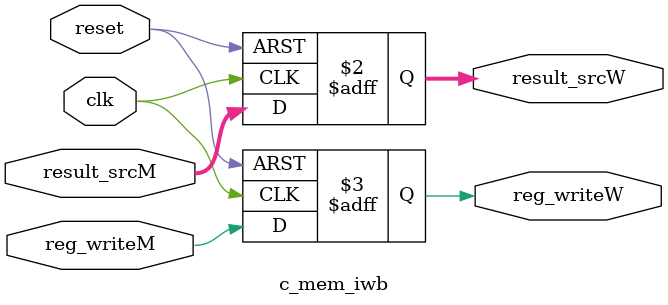
<source format=v>
`timescale 1ns / 1ps


module c_mem_iwb(
    input wire clk, reset,
    
    input wire [1:0] result_srcM,
    input wire reg_writeM,
    
    output reg [1:0] result_srcW,
    output reg reg_writeW
);
    
    always @(posedge clk or posedge reset) begin
        if (reset) begin
            result_srcW <= 0;
            reg_writeW <= 0;
        end
        else begin
            result_srcW <= result_srcM;
            reg_writeW <= reg_writeM;
        end
    end
    
endmodule

</source>
